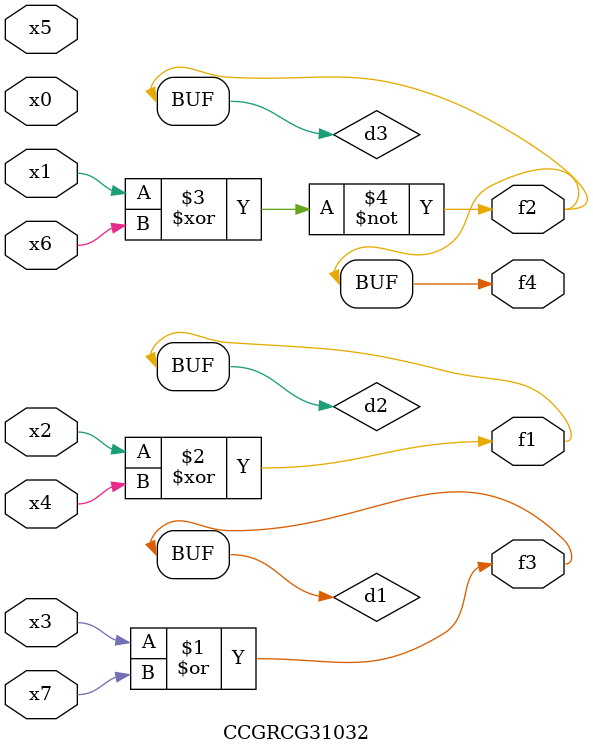
<source format=v>
module CCGRCG31032(
	input x0, x1, x2, x3, x4, x5, x6, x7,
	output f1, f2, f3, f4
);

	wire d1, d2, d3;

	or (d1, x3, x7);
	xor (d2, x2, x4);
	xnor (d3, x1, x6);
	assign f1 = d2;
	assign f2 = d3;
	assign f3 = d1;
	assign f4 = d3;
endmodule

</source>
